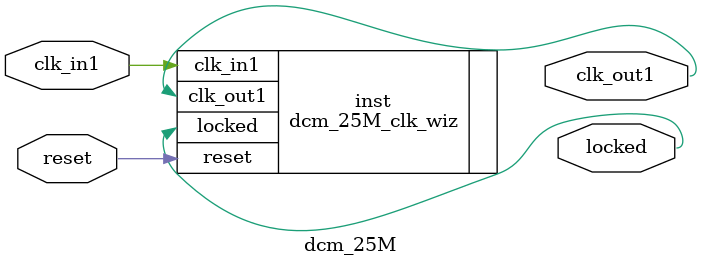
<source format=v>


`timescale 1ps/1ps

(* CORE_GENERATION_INFO = "dcm_25M,clk_wiz_v6_0_2_0_0,{component_name=dcm_25M,use_phase_alignment=true,use_min_o_jitter=false,use_max_i_jitter=false,use_dyn_phase_shift=false,use_inclk_switchover=false,use_dyn_reconfig=false,enable_axi=0,feedback_source=FDBK_AUTO,PRIMITIVE=MMCM,num_out_clk=1,clkin1_period=10.000,clkin2_period=10.000,use_power_down=false,use_reset=true,use_locked=true,use_inclk_stopped=false,feedback_type=SINGLE,CLOCK_MGR_TYPE=NA,manual_override=false}" *)

module dcm_25M 
 (
  // Clock out ports
  output        clk_out1,
  // Status and control signals
  input         reset,
  output        locked,
 // Clock in ports
  input         clk_in1
 );

  dcm_25M_clk_wiz inst
  (
  // Clock out ports  
  .clk_out1(clk_out1),
  // Status and control signals               
  .reset(reset), 
  .locked(locked),
 // Clock in ports
  .clk_in1(clk_in1)
  );

endmodule

</source>
